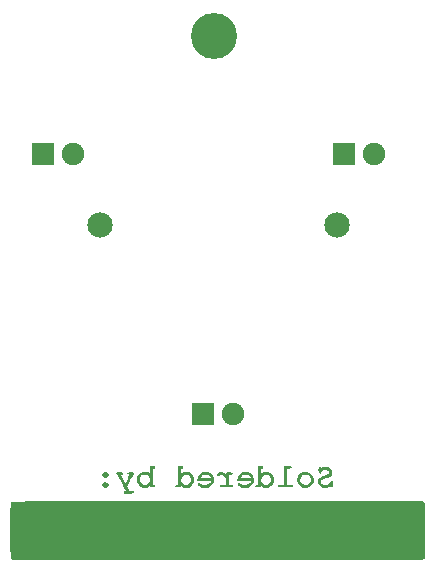
<source format=gbr>
%TF.GenerationSoftware,KiCad,Pcbnew,5.1.6*%
%TF.CreationDate,2020-09-20T17:35:54+02:00*%
%TF.ProjectId,ICanSolder,4943616e-536f-46c6-9465-722e6b696361,rev?*%
%TF.SameCoordinates,Original*%
%TF.FileFunction,Soldermask,Bot*%
%TF.FilePolarity,Negative*%
%FSLAX46Y46*%
G04 Gerber Fmt 4.6, Leading zero omitted, Abs format (unit mm)*
G04 Created by KiCad (PCBNEW 5.1.6) date 2020-09-20 17:35:54*
%MOMM*%
%LPD*%
G01*
G04 APERTURE LIST*
%ADD10C,0.010000*%
%ADD11C,3.900000*%
%ADD12C,1.900000*%
%ADD13R,1.900000X1.900000*%
%ADD14C,2.151380*%
G04 APERTURE END LIST*
D10*
%TO.C,Ref\u002A\u002A*%
G36*
X171894208Y-134968075D02*
G01*
X171967398Y-135051989D01*
X171974483Y-135167441D01*
X171951533Y-135226645D01*
X171875133Y-135291189D01*
X171758954Y-135318344D01*
X171641009Y-135304138D01*
X171576134Y-135265867D01*
X171533721Y-135183335D01*
X171525334Y-135126167D01*
X171558466Y-135011150D01*
X171658004Y-134948479D01*
X171767541Y-134935667D01*
X171894208Y-134968075D01*
G37*
X171894208Y-134968075D02*
X171967398Y-135051989D01*
X171974483Y-135167441D01*
X171951533Y-135226645D01*
X171875133Y-135291189D01*
X171758954Y-135318344D01*
X171641009Y-135304138D01*
X171576134Y-135265867D01*
X171533721Y-135183335D01*
X171525334Y-135126167D01*
X171558466Y-135011150D01*
X171658004Y-134948479D01*
X171767541Y-134935667D01*
X171894208Y-134968075D01*
G36*
X187178084Y-134393983D02*
G01*
X187337670Y-134405499D01*
X187427407Y-134425186D01*
X187462004Y-134456957D01*
X187463834Y-134470000D01*
X187435125Y-134513758D01*
X187340915Y-134539058D01*
X187262750Y-134546403D01*
X187061667Y-134559306D01*
X187061667Y-135989960D01*
X187326250Y-136002563D01*
X187463353Y-136015263D01*
X187558975Y-136035905D01*
X187590834Y-136057500D01*
X187550077Y-136075368D01*
X187434087Y-136090810D01*
X187252279Y-136102980D01*
X187014073Y-136111034D01*
X186987584Y-136111579D01*
X186747332Y-136115144D01*
X186579416Y-136114198D01*
X186471577Y-136107666D01*
X186411552Y-136094473D01*
X186387081Y-136073543D01*
X186384334Y-136058662D01*
X186402862Y-136021279D01*
X186469373Y-136001180D01*
X186600259Y-135994192D01*
X186638334Y-135994000D01*
X186892334Y-135994000D01*
X186892334Y-134381465D01*
X187178084Y-134393983D01*
G37*
X187178084Y-134393983D02*
X187337670Y-134405499D01*
X187427407Y-134425186D01*
X187462004Y-134456957D01*
X187463834Y-134470000D01*
X187435125Y-134513758D01*
X187340915Y-134539058D01*
X187262750Y-134546403D01*
X187061667Y-134559306D01*
X187061667Y-135989960D01*
X187326250Y-136002563D01*
X187463353Y-136015263D01*
X187558975Y-136035905D01*
X187590834Y-136057500D01*
X187550077Y-136075368D01*
X187434087Y-136090810D01*
X187252279Y-136102980D01*
X187014073Y-136111034D01*
X186987584Y-136111579D01*
X186747332Y-136115144D01*
X186579416Y-136114198D01*
X186471577Y-136107666D01*
X186411552Y-136094473D01*
X186387081Y-136073543D01*
X186384334Y-136058662D01*
X186402862Y-136021279D01*
X186469373Y-136001180D01*
X186600259Y-135994192D01*
X186638334Y-135994000D01*
X186892334Y-135994000D01*
X186892334Y-134381465D01*
X187178084Y-134393983D01*
G36*
X181616317Y-134916764D02*
G01*
X181746696Y-134976447D01*
X181816546Y-135018906D01*
X182002834Y-135144478D01*
X182016432Y-135037965D01*
X182030940Y-134975602D01*
X182068795Y-134946010D01*
X182152852Y-134939845D01*
X182245938Y-134944142D01*
X182378220Y-134962527D01*
X182461340Y-134993160D01*
X182487277Y-135026447D01*
X182448012Y-135052796D01*
X182345028Y-135062667D01*
X182193334Y-135062667D01*
X182193334Y-135994000D01*
X182362667Y-135994000D01*
X182480409Y-136004486D01*
X182528927Y-136039244D01*
X182532000Y-136057500D01*
X182519509Y-136084399D01*
X182473548Y-136102671D01*
X182381382Y-136113843D01*
X182230279Y-136119443D01*
X182007505Y-136121000D01*
X182002834Y-136121000D01*
X181778674Y-136119501D01*
X181626412Y-136113986D01*
X181533313Y-136102926D01*
X181486643Y-136084794D01*
X181473670Y-136058061D01*
X181473667Y-136057500D01*
X181492037Y-136021882D01*
X181557678Y-136002085D01*
X181686384Y-135994465D01*
X181748834Y-135994000D01*
X182024000Y-135994000D01*
X182024000Y-135370326D01*
X181826553Y-135216497D01*
X181677263Y-135113135D01*
X181561064Y-135070093D01*
X181456083Y-135083294D01*
X181366775Y-135130753D01*
X181291299Y-135174124D01*
X181254569Y-135166036D01*
X181234205Y-135124159D01*
X181242401Y-135042423D01*
X181311318Y-134964492D01*
X181418324Y-134909017D01*
X181514320Y-134893334D01*
X181616317Y-134916764D01*
G37*
X181616317Y-134916764D02*
X181746696Y-134976447D01*
X181816546Y-135018906D01*
X182002834Y-135144478D01*
X182016432Y-135037965D01*
X182030940Y-134975602D01*
X182068795Y-134946010D01*
X182152852Y-134939845D01*
X182245938Y-134944142D01*
X182378220Y-134962527D01*
X182461340Y-134993160D01*
X182487277Y-135026447D01*
X182448012Y-135052796D01*
X182345028Y-135062667D01*
X182193334Y-135062667D01*
X182193334Y-135994000D01*
X182362667Y-135994000D01*
X182480409Y-136004486D01*
X182528927Y-136039244D01*
X182532000Y-136057500D01*
X182519509Y-136084399D01*
X182473548Y-136102671D01*
X182381382Y-136113843D01*
X182230279Y-136119443D01*
X182007505Y-136121000D01*
X182002834Y-136121000D01*
X181778674Y-136119501D01*
X181626412Y-136113986D01*
X181533313Y-136102926D01*
X181486643Y-136084794D01*
X181473670Y-136058061D01*
X181473667Y-136057500D01*
X181492037Y-136021882D01*
X181557678Y-136002085D01*
X181686384Y-135994465D01*
X181748834Y-135994000D01*
X182024000Y-135994000D01*
X182024000Y-135370326D01*
X181826553Y-135216497D01*
X181677263Y-135113135D01*
X181561064Y-135070093D01*
X181456083Y-135083294D01*
X181366775Y-135130753D01*
X181291299Y-135174124D01*
X181254569Y-135166036D01*
X181234205Y-135124159D01*
X181242401Y-135042423D01*
X181311318Y-134964492D01*
X181418324Y-134909017D01*
X181514320Y-134893334D01*
X181616317Y-134916764D01*
G36*
X171854655Y-135808346D02*
G01*
X171947799Y-135871727D01*
X171990673Y-135950492D01*
X171991000Y-135957474D01*
X171972561Y-136026188D01*
X171947177Y-136081450D01*
X171874283Y-136139866D01*
X171760661Y-136164093D01*
X171644367Y-136150942D01*
X171576134Y-136112534D01*
X171533721Y-136030001D01*
X171525334Y-135972834D01*
X171559547Y-135856566D01*
X171657657Y-135792855D01*
X171742443Y-135782334D01*
X171854655Y-135808346D01*
G37*
X171854655Y-135808346D02*
X171947799Y-135871727D01*
X171990673Y-135950492D01*
X171991000Y-135957474D01*
X171972561Y-136026188D01*
X171947177Y-136081450D01*
X171874283Y-136139866D01*
X171760661Y-136164093D01*
X171644367Y-136150942D01*
X171576134Y-136112534D01*
X171533721Y-136030001D01*
X171525334Y-135972834D01*
X171559547Y-135856566D01*
X171657657Y-135792855D01*
X171742443Y-135782334D01*
X171854655Y-135808346D01*
G36*
X190533584Y-134496500D02*
G01*
X190703325Y-134570891D01*
X190831894Y-134694963D01*
X190903952Y-134860327D01*
X190914000Y-134957988D01*
X190873350Y-135097774D01*
X190756362Y-135219473D01*
X190570480Y-135317215D01*
X190390026Y-135371337D01*
X190173484Y-135433931D01*
X190032463Y-135508662D01*
X189958004Y-135602013D01*
X189940334Y-135696849D01*
X189975465Y-135835990D01*
X190068785Y-135937137D01*
X190202185Y-135998993D01*
X190357553Y-136020263D01*
X190516780Y-135999650D01*
X190661756Y-135935860D01*
X190774369Y-135827597D01*
X190811720Y-135759192D01*
X190858742Y-135663660D01*
X190898358Y-135636592D01*
X190937197Y-135657018D01*
X190981281Y-135734510D01*
X191000021Y-135850920D01*
X190994135Y-135974059D01*
X190964340Y-136071738D01*
X190927122Y-136108778D01*
X190859605Y-136109410D01*
X190839137Y-136086912D01*
X190804788Y-136061124D01*
X190724279Y-136087209D01*
X190709599Y-136094416D01*
X190488711Y-136167338D01*
X190265946Y-136173763D01*
X190215500Y-136164676D01*
X189998832Y-136085630D01*
X189854470Y-135963220D01*
X189781301Y-135796247D01*
X189771000Y-135686323D01*
X189809129Y-135514717D01*
X189921016Y-135381261D01*
X190102911Y-135290035D01*
X190147134Y-135277276D01*
X190308929Y-135235238D01*
X190473291Y-135192553D01*
X190489947Y-135188229D01*
X190638872Y-135119923D01*
X190721215Y-135021213D01*
X190740970Y-134908466D01*
X190702129Y-134798051D01*
X190608686Y-134706334D01*
X190464633Y-134649683D01*
X190356034Y-134639334D01*
X190213274Y-134667543D01*
X190087503Y-134739964D01*
X190003457Y-134838287D01*
X189982667Y-134915680D01*
X189951722Y-134968088D01*
X189908584Y-134970140D01*
X189855119Y-134922080D01*
X189823116Y-134822827D01*
X189814400Y-134703546D01*
X189830796Y-134595400D01*
X189874129Y-134529556D01*
X189882541Y-134525452D01*
X189950730Y-134522591D01*
X189972009Y-134543861D01*
X190013502Y-134565364D01*
X190113379Y-134537868D01*
X190131938Y-134530310D01*
X190338009Y-134480177D01*
X190533584Y-134496500D01*
G37*
X190533584Y-134496500D02*
X190703325Y-134570891D01*
X190831894Y-134694963D01*
X190903952Y-134860327D01*
X190914000Y-134957988D01*
X190873350Y-135097774D01*
X190756362Y-135219473D01*
X190570480Y-135317215D01*
X190390026Y-135371337D01*
X190173484Y-135433931D01*
X190032463Y-135508662D01*
X189958004Y-135602013D01*
X189940334Y-135696849D01*
X189975465Y-135835990D01*
X190068785Y-135937137D01*
X190202185Y-135998993D01*
X190357553Y-136020263D01*
X190516780Y-135999650D01*
X190661756Y-135935860D01*
X190774369Y-135827597D01*
X190811720Y-135759192D01*
X190858742Y-135663660D01*
X190898358Y-135636592D01*
X190937197Y-135657018D01*
X190981281Y-135734510D01*
X191000021Y-135850920D01*
X190994135Y-135974059D01*
X190964340Y-136071738D01*
X190927122Y-136108778D01*
X190859605Y-136109410D01*
X190839137Y-136086912D01*
X190804788Y-136061124D01*
X190724279Y-136087209D01*
X190709599Y-136094416D01*
X190488711Y-136167338D01*
X190265946Y-136173763D01*
X190215500Y-136164676D01*
X189998832Y-136085630D01*
X189854470Y-135963220D01*
X189781301Y-135796247D01*
X189771000Y-135686323D01*
X189809129Y-135514717D01*
X189921016Y-135381261D01*
X190102911Y-135290035D01*
X190147134Y-135277276D01*
X190308929Y-135235238D01*
X190473291Y-135192553D01*
X190489947Y-135188229D01*
X190638872Y-135119923D01*
X190721215Y-135021213D01*
X190740970Y-134908466D01*
X190702129Y-134798051D01*
X190608686Y-134706334D01*
X190464633Y-134649683D01*
X190356034Y-134639334D01*
X190213274Y-134667543D01*
X190087503Y-134739964D01*
X190003457Y-134838287D01*
X189982667Y-134915680D01*
X189951722Y-134968088D01*
X189908584Y-134970140D01*
X189855119Y-134922080D01*
X189823116Y-134822827D01*
X189814400Y-134703546D01*
X189830796Y-134595400D01*
X189874129Y-134529556D01*
X189882541Y-134525452D01*
X189950730Y-134522591D01*
X189972009Y-134543861D01*
X190013502Y-134565364D01*
X190113379Y-134537868D01*
X190131938Y-134530310D01*
X190338009Y-134480177D01*
X190533584Y-134496500D01*
G36*
X188960824Y-134958355D02*
G01*
X189137061Y-135080389D01*
X189263722Y-135254659D01*
X189328673Y-135472434D01*
X189319105Y-135681370D01*
X189245094Y-135869103D01*
X189116714Y-136023271D01*
X188944041Y-136131510D01*
X188737150Y-136181459D01*
X188522167Y-136164603D01*
X188320237Y-136080821D01*
X188169452Y-135943944D01*
X188072269Y-135770144D01*
X188031145Y-135575593D01*
X188036095Y-135518917D01*
X188177595Y-135518917D01*
X188206809Y-135693430D01*
X188305853Y-135848935D01*
X188460107Y-135962184D01*
X188613145Y-136023047D01*
X188743737Y-136027192D01*
X188891475Y-135975520D01*
X188898629Y-135972149D01*
X189051341Y-135855438D01*
X189148455Y-135686197D01*
X189178334Y-135506985D01*
X189160523Y-135382855D01*
X189095554Y-135273036D01*
X189034400Y-135206600D01*
X188931809Y-135116522D01*
X188835329Y-135074262D01*
X188702904Y-135062787D01*
X188679044Y-135062667D01*
X188531351Y-135072938D01*
X188426191Y-135113307D01*
X188339421Y-135182423D01*
X188220901Y-135342786D01*
X188177595Y-135518917D01*
X188036095Y-135518917D01*
X188048538Y-135376462D01*
X188126903Y-135188925D01*
X188268698Y-135029152D01*
X188341863Y-134977771D01*
X188543062Y-134900990D01*
X188756104Y-134896536D01*
X188960824Y-134958355D01*
G37*
X188960824Y-134958355D02*
X189137061Y-135080389D01*
X189263722Y-135254659D01*
X189328673Y-135472434D01*
X189319105Y-135681370D01*
X189245094Y-135869103D01*
X189116714Y-136023271D01*
X188944041Y-136131510D01*
X188737150Y-136181459D01*
X188522167Y-136164603D01*
X188320237Y-136080821D01*
X188169452Y-135943944D01*
X188072269Y-135770144D01*
X188031145Y-135575593D01*
X188036095Y-135518917D01*
X188177595Y-135518917D01*
X188206809Y-135693430D01*
X188305853Y-135848935D01*
X188460107Y-135962184D01*
X188613145Y-136023047D01*
X188743737Y-136027192D01*
X188891475Y-135975520D01*
X188898629Y-135972149D01*
X189051341Y-135855438D01*
X189148455Y-135686197D01*
X189178334Y-135506985D01*
X189160523Y-135382855D01*
X189095554Y-135273036D01*
X189034400Y-135206600D01*
X188931809Y-135116522D01*
X188835329Y-135074262D01*
X188702904Y-135062787D01*
X188679044Y-135062667D01*
X188531351Y-135072938D01*
X188426191Y-135113307D01*
X188339421Y-135182423D01*
X188220901Y-135342786D01*
X188177595Y-135518917D01*
X188036095Y-135518917D01*
X188048538Y-135376462D01*
X188126903Y-135188925D01*
X188268698Y-135029152D01*
X188341863Y-134977771D01*
X188543062Y-134900990D01*
X188756104Y-134896536D01*
X188960824Y-134958355D01*
G36*
X184870552Y-134393483D02*
G01*
X184996772Y-134414136D01*
X185055908Y-134457021D01*
X185064156Y-134480584D01*
X185052126Y-134537305D01*
X184975625Y-134554626D01*
X184969271Y-134554667D01*
X184910625Y-134559158D01*
X184878019Y-134585423D01*
X184863822Y-134652652D01*
X184860400Y-134780034D01*
X184860334Y-134828558D01*
X184860334Y-135102449D01*
X185014408Y-134997891D01*
X185215502Y-134907837D01*
X185425119Y-134897867D01*
X185630704Y-134966060D01*
X185819702Y-135110500D01*
X185831341Y-135122724D01*
X185915865Y-135267460D01*
X185957253Y-135455377D01*
X185953662Y-135655741D01*
X185903250Y-135837820D01*
X185877163Y-135886824D01*
X185727969Y-136053260D01*
X185535648Y-136152741D01*
X185316603Y-136178515D01*
X185206818Y-136162731D01*
X185073281Y-136109358D01*
X184963401Y-136033735D01*
X184860334Y-135936908D01*
X184860334Y-136028954D01*
X184849875Y-136086113D01*
X184803744Y-136113181D01*
X184699804Y-136120852D01*
X184669834Y-136121000D01*
X184544272Y-136112690D01*
X184487079Y-136084433D01*
X184479334Y-136057500D01*
X184516134Y-136006429D01*
X184585167Y-135994000D01*
X184691000Y-135994000D01*
X184691000Y-135489032D01*
X184868973Y-135489032D01*
X184883886Y-135658478D01*
X184967467Y-135819283D01*
X185019611Y-135875470D01*
X185179604Y-135993504D01*
X185330563Y-136032804D01*
X185488203Y-135995608D01*
X185567362Y-135953381D01*
X185720622Y-135817422D01*
X185803429Y-135650043D01*
X185813594Y-135468544D01*
X185748927Y-135290225D01*
X185664810Y-135183297D01*
X185559766Y-135100231D01*
X185442008Y-135066499D01*
X185356132Y-135062667D01*
X185166308Y-135097761D01*
X185017178Y-135191781D01*
X184915735Y-135327835D01*
X184868973Y-135489032D01*
X184691000Y-135489032D01*
X184691000Y-134380465D01*
X184870552Y-134393483D01*
G37*
X184870552Y-134393483D02*
X184996772Y-134414136D01*
X185055908Y-134457021D01*
X185064156Y-134480584D01*
X185052126Y-134537305D01*
X184975625Y-134554626D01*
X184969271Y-134554667D01*
X184910625Y-134559158D01*
X184878019Y-134585423D01*
X184863822Y-134652652D01*
X184860400Y-134780034D01*
X184860334Y-134828558D01*
X184860334Y-135102449D01*
X185014408Y-134997891D01*
X185215502Y-134907837D01*
X185425119Y-134897867D01*
X185630704Y-134966060D01*
X185819702Y-135110500D01*
X185831341Y-135122724D01*
X185915865Y-135267460D01*
X185957253Y-135455377D01*
X185953662Y-135655741D01*
X185903250Y-135837820D01*
X185877163Y-135886824D01*
X185727969Y-136053260D01*
X185535648Y-136152741D01*
X185316603Y-136178515D01*
X185206818Y-136162731D01*
X185073281Y-136109358D01*
X184963401Y-136033735D01*
X184860334Y-135936908D01*
X184860334Y-136028954D01*
X184849875Y-136086113D01*
X184803744Y-136113181D01*
X184699804Y-136120852D01*
X184669834Y-136121000D01*
X184544272Y-136112690D01*
X184487079Y-136084433D01*
X184479334Y-136057500D01*
X184516134Y-136006429D01*
X184585167Y-135994000D01*
X184691000Y-135994000D01*
X184691000Y-135489032D01*
X184868973Y-135489032D01*
X184883886Y-135658478D01*
X184967467Y-135819283D01*
X185019611Y-135875470D01*
X185179604Y-135993504D01*
X185330563Y-136032804D01*
X185488203Y-135995608D01*
X185567362Y-135953381D01*
X185720622Y-135817422D01*
X185803429Y-135650043D01*
X185813594Y-135468544D01*
X185748927Y-135290225D01*
X185664810Y-135183297D01*
X185559766Y-135100231D01*
X185442008Y-135066499D01*
X185356132Y-135062667D01*
X185166308Y-135097761D01*
X185017178Y-135191781D01*
X184915735Y-135327835D01*
X184868973Y-135489032D01*
X184691000Y-135489032D01*
X184691000Y-134380465D01*
X184870552Y-134393483D01*
G36*
X183761672Y-134907624D02*
G01*
X183957767Y-134979425D01*
X184118175Y-135102941D01*
X184228475Y-135269954D01*
X184274246Y-135472245D01*
X184274722Y-135496101D01*
X184237025Y-135731593D01*
X184131622Y-135927602D01*
X183970049Y-136074467D01*
X183763840Y-136162531D01*
X183524530Y-136182133D01*
X183463334Y-136175561D01*
X183321544Y-136143742D01*
X183177579Y-136093612D01*
X183057718Y-136036281D01*
X182988241Y-135982858D01*
X182982082Y-135972113D01*
X182981282Y-135904505D01*
X183042059Y-135884340D01*
X183154710Y-135913373D01*
X183199178Y-135932888D01*
X183437456Y-136011217D01*
X183658998Y-136017447D01*
X183852416Y-135954163D01*
X184006320Y-135823949D01*
X184063731Y-135736729D01*
X184141503Y-135591834D01*
X183543930Y-135580060D01*
X182946357Y-135568287D01*
X182975648Y-135412156D01*
X182981058Y-135397100D01*
X183124667Y-135397100D01*
X183165116Y-135419863D01*
X183287185Y-135435009D01*
X183491950Y-135442638D01*
X183633754Y-135443667D01*
X184142841Y-135443667D01*
X184078496Y-135319237D01*
X183968886Y-135170861D01*
X183820294Y-135088157D01*
X183619014Y-135062667D01*
X183478773Y-135071915D01*
X183378853Y-135111546D01*
X183275843Y-135199391D01*
X183268600Y-135206600D01*
X183183807Y-135300392D01*
X183132092Y-135374943D01*
X183124667Y-135397100D01*
X182981058Y-135397100D01*
X183049867Y-135205622D01*
X183179420Y-135041831D01*
X183320100Y-134952044D01*
X183544309Y-134895758D01*
X183761672Y-134907624D01*
G37*
X183761672Y-134907624D02*
X183957767Y-134979425D01*
X184118175Y-135102941D01*
X184228475Y-135269954D01*
X184274246Y-135472245D01*
X184274722Y-135496101D01*
X184237025Y-135731593D01*
X184131622Y-135927602D01*
X183970049Y-136074467D01*
X183763840Y-136162531D01*
X183524530Y-136182133D01*
X183463334Y-136175561D01*
X183321544Y-136143742D01*
X183177579Y-136093612D01*
X183057718Y-136036281D01*
X182988241Y-135982858D01*
X182982082Y-135972113D01*
X182981282Y-135904505D01*
X183042059Y-135884340D01*
X183154710Y-135913373D01*
X183199178Y-135932888D01*
X183437456Y-136011217D01*
X183658998Y-136017447D01*
X183852416Y-135954163D01*
X184006320Y-135823949D01*
X184063731Y-135736729D01*
X184141503Y-135591834D01*
X183543930Y-135580060D01*
X182946357Y-135568287D01*
X182975648Y-135412156D01*
X182981058Y-135397100D01*
X183124667Y-135397100D01*
X183165116Y-135419863D01*
X183287185Y-135435009D01*
X183491950Y-135442638D01*
X183633754Y-135443667D01*
X184142841Y-135443667D01*
X184078496Y-135319237D01*
X183968886Y-135170861D01*
X183820294Y-135088157D01*
X183619014Y-135062667D01*
X183478773Y-135071915D01*
X183378853Y-135111546D01*
X183275843Y-135199391D01*
X183268600Y-135206600D01*
X183183807Y-135300392D01*
X183132092Y-135374943D01*
X183124667Y-135397100D01*
X182981058Y-135397100D01*
X183049867Y-135205622D01*
X183179420Y-135041831D01*
X183320100Y-134952044D01*
X183544309Y-134895758D01*
X183761672Y-134907624D01*
G36*
X180408927Y-134911413D02*
G01*
X180582716Y-134981990D01*
X180757152Y-135122700D01*
X180859158Y-135307125D01*
X180888056Y-135504368D01*
X180850108Y-135735638D01*
X180744247Y-135928958D01*
X180582446Y-136074424D01*
X180376680Y-136162130D01*
X180138922Y-136182171D01*
X180076667Y-136175561D01*
X179934878Y-136143742D01*
X179790913Y-136093612D01*
X179671052Y-136036281D01*
X179601574Y-135982858D01*
X179595415Y-135972113D01*
X179594615Y-135904505D01*
X179655392Y-135884340D01*
X179768043Y-135913373D01*
X179812511Y-135932888D01*
X180050789Y-136011217D01*
X180272332Y-136017447D01*
X180465750Y-135954163D01*
X180619653Y-135823949D01*
X180677064Y-135736729D01*
X180754836Y-135591834D01*
X180157263Y-135580060D01*
X179559691Y-135568287D01*
X179588981Y-135412156D01*
X179594590Y-135397100D01*
X179738000Y-135397100D01*
X179778450Y-135419863D01*
X179900518Y-135435009D01*
X180105283Y-135442638D01*
X180247087Y-135443667D01*
X180756174Y-135443667D01*
X180691829Y-135319237D01*
X180582220Y-135170861D01*
X180433627Y-135088157D01*
X180232347Y-135062667D01*
X180092106Y-135071915D01*
X179992186Y-135111546D01*
X179889176Y-135199391D01*
X179881934Y-135206600D01*
X179797140Y-135300392D01*
X179745426Y-135374943D01*
X179738000Y-135397100D01*
X179594590Y-135397100D01*
X179666648Y-135203693D01*
X179803015Y-135042660D01*
X179982544Y-134935785D01*
X180189694Y-134889793D01*
X180408927Y-134911413D01*
G37*
X180408927Y-134911413D02*
X180582716Y-134981990D01*
X180757152Y-135122700D01*
X180859158Y-135307125D01*
X180888056Y-135504368D01*
X180850108Y-135735638D01*
X180744247Y-135928958D01*
X180582446Y-136074424D01*
X180376680Y-136162130D01*
X180138922Y-136182171D01*
X180076667Y-136175561D01*
X179934878Y-136143742D01*
X179790913Y-136093612D01*
X179671052Y-136036281D01*
X179601574Y-135982858D01*
X179595415Y-135972113D01*
X179594615Y-135904505D01*
X179655392Y-135884340D01*
X179768043Y-135913373D01*
X179812511Y-135932888D01*
X180050789Y-136011217D01*
X180272332Y-136017447D01*
X180465750Y-135954163D01*
X180619653Y-135823949D01*
X180677064Y-135736729D01*
X180754836Y-135591834D01*
X180157263Y-135580060D01*
X179559691Y-135568287D01*
X179588981Y-135412156D01*
X179594590Y-135397100D01*
X179738000Y-135397100D01*
X179778450Y-135419863D01*
X179900518Y-135435009D01*
X180105283Y-135442638D01*
X180247087Y-135443667D01*
X180756174Y-135443667D01*
X180691829Y-135319237D01*
X180582220Y-135170861D01*
X180433627Y-135088157D01*
X180232347Y-135062667D01*
X180092106Y-135071915D01*
X179992186Y-135111546D01*
X179889176Y-135199391D01*
X179881934Y-135206600D01*
X179797140Y-135300392D01*
X179745426Y-135374943D01*
X179738000Y-135397100D01*
X179594590Y-135397100D01*
X179666648Y-135203693D01*
X179803015Y-135042660D01*
X179982544Y-134935785D01*
X180189694Y-134889793D01*
X180408927Y-134911413D01*
G36*
X178097218Y-134393483D02*
G01*
X178223439Y-134414136D01*
X178282575Y-134457021D01*
X178290822Y-134480584D01*
X178278792Y-134537305D01*
X178202291Y-134554626D01*
X178195938Y-134554667D01*
X178137292Y-134559158D01*
X178104686Y-134585423D01*
X178090488Y-134652652D01*
X178087067Y-134780034D01*
X178087000Y-134828558D01*
X178087000Y-135102449D01*
X178241074Y-134997891D01*
X178431153Y-134914870D01*
X178634173Y-134901824D01*
X178830718Y-134952151D01*
X179001374Y-135059251D01*
X179126725Y-135216523D01*
X179166536Y-135312538D01*
X179199552Y-135542304D01*
X179162738Y-135753959D01*
X179066533Y-135935395D01*
X178921374Y-136074506D01*
X178737701Y-136159185D01*
X178525951Y-136177327D01*
X178433484Y-136162731D01*
X178299948Y-136109358D01*
X178190068Y-136033735D01*
X178087000Y-135936908D01*
X178087000Y-136028954D01*
X178076542Y-136086113D01*
X178030411Y-136113181D01*
X177926471Y-136120852D01*
X177896500Y-136121000D01*
X177770939Y-136112690D01*
X177713746Y-136084433D01*
X177706000Y-136057500D01*
X177742801Y-136006429D01*
X177811834Y-135994000D01*
X177917667Y-135994000D01*
X177917667Y-135489032D01*
X178095639Y-135489032D01*
X178110552Y-135658478D01*
X178194134Y-135819283D01*
X178246277Y-135875470D01*
X178406271Y-135993504D01*
X178557229Y-136032804D01*
X178714870Y-135995608D01*
X178794028Y-135953381D01*
X178947289Y-135817422D01*
X179030096Y-135650043D01*
X179040260Y-135468544D01*
X178975593Y-135290225D01*
X178891477Y-135183297D01*
X178786433Y-135100231D01*
X178668675Y-135066499D01*
X178582799Y-135062667D01*
X178392975Y-135097761D01*
X178243844Y-135191781D01*
X178142401Y-135327835D01*
X178095639Y-135489032D01*
X177917667Y-135489032D01*
X177917667Y-134380465D01*
X178097218Y-134393483D01*
G37*
X178097218Y-134393483D02*
X178223439Y-134414136D01*
X178282575Y-134457021D01*
X178290822Y-134480584D01*
X178278792Y-134537305D01*
X178202291Y-134554626D01*
X178195938Y-134554667D01*
X178137292Y-134559158D01*
X178104686Y-134585423D01*
X178090488Y-134652652D01*
X178087067Y-134780034D01*
X178087000Y-134828558D01*
X178087000Y-135102449D01*
X178241074Y-134997891D01*
X178431153Y-134914870D01*
X178634173Y-134901824D01*
X178830718Y-134952151D01*
X179001374Y-135059251D01*
X179126725Y-135216523D01*
X179166536Y-135312538D01*
X179199552Y-135542304D01*
X179162738Y-135753959D01*
X179066533Y-135935395D01*
X178921374Y-136074506D01*
X178737701Y-136159185D01*
X178525951Y-136177327D01*
X178433484Y-136162731D01*
X178299948Y-136109358D01*
X178190068Y-136033735D01*
X178087000Y-135936908D01*
X178087000Y-136028954D01*
X178076542Y-136086113D01*
X178030411Y-136113181D01*
X177926471Y-136120852D01*
X177896500Y-136121000D01*
X177770939Y-136112690D01*
X177713746Y-136084433D01*
X177706000Y-136057500D01*
X177742801Y-136006429D01*
X177811834Y-135994000D01*
X177917667Y-135994000D01*
X177917667Y-135489032D01*
X178095639Y-135489032D01*
X178110552Y-135658478D01*
X178194134Y-135819283D01*
X178246277Y-135875470D01*
X178406271Y-135993504D01*
X178557229Y-136032804D01*
X178714870Y-135995608D01*
X178794028Y-135953381D01*
X178947289Y-135817422D01*
X179030096Y-135650043D01*
X179040260Y-135468544D01*
X178975593Y-135290225D01*
X178891477Y-135183297D01*
X178786433Y-135100231D01*
X178668675Y-135066499D01*
X178582799Y-135062667D01*
X178392975Y-135097761D01*
X178243844Y-135191781D01*
X178142401Y-135327835D01*
X178095639Y-135489032D01*
X177917667Y-135489032D01*
X177917667Y-134380465D01*
X178097218Y-134393483D01*
G36*
X175726552Y-134393483D02*
G01*
X175852772Y-134414136D01*
X175911908Y-134457021D01*
X175920156Y-134480584D01*
X175908126Y-134537305D01*
X175831625Y-134554626D01*
X175825271Y-134554667D01*
X175716334Y-134554667D01*
X175716334Y-135994000D01*
X175822167Y-135994000D01*
X175907286Y-136016080D01*
X175928000Y-136057500D01*
X175903069Y-136099354D01*
X175818299Y-136118418D01*
X175737500Y-136121000D01*
X175613879Y-136113406D01*
X175556701Y-136086596D01*
X175547000Y-136054047D01*
X175537263Y-136016206D01*
X175495209Y-136022289D01*
X175409417Y-136069776D01*
X175212414Y-136159582D01*
X175024491Y-136178946D01*
X174919818Y-136162731D01*
X174726905Y-136080520D01*
X174583064Y-135944198D01*
X174490611Y-135770237D01*
X174451863Y-135575111D01*
X174454505Y-135544537D01*
X174599976Y-135544537D01*
X174639489Y-135724501D01*
X174750658Y-135881550D01*
X174823011Y-135939536D01*
X174969206Y-136016925D01*
X175101511Y-136028770D01*
X175255489Y-135977681D01*
X175267296Y-135972149D01*
X175420008Y-135855438D01*
X175517122Y-135686197D01*
X175547000Y-135506985D01*
X175529189Y-135382855D01*
X175464221Y-135273036D01*
X175403067Y-135206600D01*
X175296551Y-135114181D01*
X175195491Y-135072323D01*
X175060218Y-135062667D01*
X174921051Y-135072986D01*
X174824330Y-135114780D01*
X174743614Y-135188653D01*
X174634042Y-135359855D01*
X174599976Y-135544537D01*
X174454505Y-135544537D01*
X174469135Y-135375293D01*
X174544743Y-135187257D01*
X174681005Y-135027475D01*
X174752863Y-134975257D01*
X174916948Y-134912808D01*
X175107123Y-134900145D01*
X175290957Y-134935130D01*
X175436018Y-135015626D01*
X175441492Y-135020639D01*
X175547000Y-135119759D01*
X175547000Y-134380465D01*
X175726552Y-134393483D01*
G37*
X175726552Y-134393483D02*
X175852772Y-134414136D01*
X175911908Y-134457021D01*
X175920156Y-134480584D01*
X175908126Y-134537305D01*
X175831625Y-134554626D01*
X175825271Y-134554667D01*
X175716334Y-134554667D01*
X175716334Y-135994000D01*
X175822167Y-135994000D01*
X175907286Y-136016080D01*
X175928000Y-136057500D01*
X175903069Y-136099354D01*
X175818299Y-136118418D01*
X175737500Y-136121000D01*
X175613879Y-136113406D01*
X175556701Y-136086596D01*
X175547000Y-136054047D01*
X175537263Y-136016206D01*
X175495209Y-136022289D01*
X175409417Y-136069776D01*
X175212414Y-136159582D01*
X175024491Y-136178946D01*
X174919818Y-136162731D01*
X174726905Y-136080520D01*
X174583064Y-135944198D01*
X174490611Y-135770237D01*
X174451863Y-135575111D01*
X174454505Y-135544537D01*
X174599976Y-135544537D01*
X174639489Y-135724501D01*
X174750658Y-135881550D01*
X174823011Y-135939536D01*
X174969206Y-136016925D01*
X175101511Y-136028770D01*
X175255489Y-135977681D01*
X175267296Y-135972149D01*
X175420008Y-135855438D01*
X175517122Y-135686197D01*
X175547000Y-135506985D01*
X175529189Y-135382855D01*
X175464221Y-135273036D01*
X175403067Y-135206600D01*
X175296551Y-135114181D01*
X175195491Y-135072323D01*
X175060218Y-135062667D01*
X174921051Y-135072986D01*
X174824330Y-135114780D01*
X174743614Y-135188653D01*
X174634042Y-135359855D01*
X174599976Y-135544537D01*
X174454505Y-135544537D01*
X174469135Y-135375293D01*
X174544743Y-135187257D01*
X174681005Y-135027475D01*
X174752863Y-134975257D01*
X174916948Y-134912808D01*
X175107123Y-134900145D01*
X175290957Y-134935130D01*
X175436018Y-135015626D01*
X175441492Y-135020639D01*
X175547000Y-135119759D01*
X175547000Y-134380465D01*
X175726552Y-134393483D01*
G36*
X174043486Y-134940544D02*
G01*
X174122671Y-134957831D01*
X174149499Y-134991516D01*
X174150000Y-134999167D01*
X174121170Y-135055399D01*
X174096299Y-135062667D01*
X174058990Y-135098604D01*
X173993572Y-135197240D01*
X173908298Y-135344814D01*
X173811421Y-135527563D01*
X173779184Y-135591492D01*
X173515769Y-136120318D01*
X173607538Y-136309206D01*
X173666932Y-136421312D01*
X173723991Y-136478843D01*
X173810275Y-136502537D01*
X173914070Y-136510631D01*
X174051194Y-136526500D01*
X174117462Y-136556580D01*
X174128834Y-136586667D01*
X174113372Y-136617117D01*
X174057873Y-136637906D01*
X173948665Y-136651520D01*
X173772075Y-136660443D01*
X173712676Y-136662324D01*
X173522135Y-136666640D01*
X173401446Y-136664576D01*
X173335893Y-136653807D01*
X173310759Y-136632005D01*
X173310942Y-136598824D01*
X173359518Y-136533574D01*
X173420183Y-136509639D01*
X173494270Y-136494228D01*
X173515000Y-136483296D01*
X173497390Y-136443038D01*
X173448423Y-136338827D01*
X173373891Y-136182792D01*
X173279588Y-135987062D01*
X173172671Y-135766574D01*
X173049912Y-135520646D01*
X172942703Y-135318631D01*
X172856165Y-135169493D01*
X172795419Y-135082196D01*
X172770504Y-135062667D01*
X172717577Y-135028701D01*
X172710667Y-134999167D01*
X172730174Y-134962295D01*
X172799324Y-134942499D01*
X172934063Y-134935792D01*
X172964667Y-134935667D01*
X173114047Y-134940991D01*
X173193844Y-134959281D01*
X173218612Y-134994014D01*
X173218667Y-134996355D01*
X173182442Y-135047581D01*
X173117445Y-135070438D01*
X173016224Y-135083834D01*
X173208196Y-135496584D01*
X173288982Y-135664659D01*
X173358888Y-135799754D01*
X173409411Y-135886054D01*
X173430138Y-135909334D01*
X173458962Y-135873296D01*
X173513737Y-135775752D01*
X173586006Y-135632554D01*
X173650361Y-135496584D01*
X173733688Y-135314518D01*
X173784526Y-135195343D01*
X173805862Y-135125075D01*
X173800679Y-135089726D01*
X173771963Y-135075312D01*
X173741308Y-135070438D01*
X173664806Y-135038018D01*
X173642000Y-134996355D01*
X173664283Y-134960664D01*
X173740834Y-134941598D01*
X173886204Y-134935680D01*
X173896000Y-134935667D01*
X174043486Y-134940544D01*
G37*
X174043486Y-134940544D02*
X174122671Y-134957831D01*
X174149499Y-134991516D01*
X174150000Y-134999167D01*
X174121170Y-135055399D01*
X174096299Y-135062667D01*
X174058990Y-135098604D01*
X173993572Y-135197240D01*
X173908298Y-135344814D01*
X173811421Y-135527563D01*
X173779184Y-135591492D01*
X173515769Y-136120318D01*
X173607538Y-136309206D01*
X173666932Y-136421312D01*
X173723991Y-136478843D01*
X173810275Y-136502537D01*
X173914070Y-136510631D01*
X174051194Y-136526500D01*
X174117462Y-136556580D01*
X174128834Y-136586667D01*
X174113372Y-136617117D01*
X174057873Y-136637906D01*
X173948665Y-136651520D01*
X173772075Y-136660443D01*
X173712676Y-136662324D01*
X173522135Y-136666640D01*
X173401446Y-136664576D01*
X173335893Y-136653807D01*
X173310759Y-136632005D01*
X173310942Y-136598824D01*
X173359518Y-136533574D01*
X173420183Y-136509639D01*
X173494270Y-136494228D01*
X173515000Y-136483296D01*
X173497390Y-136443038D01*
X173448423Y-136338827D01*
X173373891Y-136182792D01*
X173279588Y-135987062D01*
X173172671Y-135766574D01*
X173049912Y-135520646D01*
X172942703Y-135318631D01*
X172856165Y-135169493D01*
X172795419Y-135082196D01*
X172770504Y-135062667D01*
X172717577Y-135028701D01*
X172710667Y-134999167D01*
X172730174Y-134962295D01*
X172799324Y-134942499D01*
X172934063Y-134935792D01*
X172964667Y-134935667D01*
X173114047Y-134940991D01*
X173193844Y-134959281D01*
X173218612Y-134994014D01*
X173218667Y-134996355D01*
X173182442Y-135047581D01*
X173117445Y-135070438D01*
X173016224Y-135083834D01*
X173208196Y-135496584D01*
X173288982Y-135664659D01*
X173358888Y-135799754D01*
X173409411Y-135886054D01*
X173430138Y-135909334D01*
X173458962Y-135873296D01*
X173513737Y-135775752D01*
X173586006Y-135632554D01*
X173650361Y-135496584D01*
X173733688Y-135314518D01*
X173784526Y-135195343D01*
X173805862Y-135125075D01*
X173800679Y-135089726D01*
X173771963Y-135075312D01*
X173741308Y-135070438D01*
X173664806Y-135038018D01*
X173642000Y-134996355D01*
X173664283Y-134960664D01*
X173740834Y-134941598D01*
X173886204Y-134935680D01*
X173896000Y-134935667D01*
X174043486Y-134940544D01*
G36*
X198686189Y-137480111D02*
G01*
X198703808Y-137502671D01*
X198718659Y-137532796D01*
X198730978Y-137577408D01*
X198741000Y-137643431D01*
X198748963Y-137737788D01*
X198755101Y-137867400D01*
X198759650Y-138039192D01*
X198762848Y-138260085D01*
X198764929Y-138537003D01*
X198766129Y-138876868D01*
X198766685Y-139286604D01*
X198766832Y-139773132D01*
X198766834Y-139846334D01*
X198766724Y-140343949D01*
X198766238Y-140763821D01*
X198765140Y-141112872D01*
X198763194Y-141398025D01*
X198760164Y-141626202D01*
X198755814Y-141804327D01*
X198749908Y-141939323D01*
X198742210Y-142038111D01*
X198732485Y-142107615D01*
X198720495Y-142154758D01*
X198706006Y-142186462D01*
X198688781Y-142209651D01*
X198686189Y-142212556D01*
X198605545Y-142301667D01*
X181255439Y-142301667D01*
X179812941Y-142301664D01*
X178452684Y-142301648D01*
X177172241Y-142301608D01*
X175969185Y-142301530D01*
X174841090Y-142301404D01*
X173785530Y-142301218D01*
X172800078Y-142300960D01*
X171882309Y-142300618D01*
X171029795Y-142300180D01*
X170240110Y-142299635D01*
X169510828Y-142298971D01*
X168839522Y-142298176D01*
X168223767Y-142297238D01*
X167661135Y-142296145D01*
X167149200Y-142294887D01*
X166685536Y-142293450D01*
X166267717Y-142291823D01*
X165893316Y-142289995D01*
X165559907Y-142287953D01*
X165265063Y-142285686D01*
X165006358Y-142283181D01*
X164781365Y-142280429D01*
X164587659Y-142277415D01*
X164422813Y-142274129D01*
X164284400Y-142270559D01*
X164169994Y-142266693D01*
X164077169Y-142262520D01*
X164003498Y-142258026D01*
X163946555Y-142253202D01*
X163903914Y-142248035D01*
X163873147Y-142242512D01*
X163851830Y-142236623D01*
X163837535Y-142230356D01*
X163827835Y-142223698D01*
X163820667Y-142217000D01*
X163802223Y-142196347D01*
X163786672Y-142169729D01*
X163773766Y-142130246D01*
X163763260Y-142070996D01*
X163754906Y-141985078D01*
X163748459Y-141865590D01*
X163743672Y-141705630D01*
X163740299Y-141498297D01*
X163738092Y-141236690D01*
X163736806Y-140913907D01*
X163736194Y-140523047D01*
X163736010Y-140057207D01*
X163736000Y-139846334D01*
X163736082Y-139348269D01*
X163736492Y-138927970D01*
X163737476Y-138578534D01*
X163739282Y-138293061D01*
X163742154Y-138064648D01*
X163746341Y-137886394D01*
X163752088Y-137751398D01*
X163759642Y-137652758D01*
X163769250Y-137583573D01*
X163781157Y-137536940D01*
X163795611Y-137505960D01*
X163812857Y-137483729D01*
X163820667Y-137475667D01*
X163828247Y-137468628D01*
X163838118Y-137461990D01*
X163852705Y-137455742D01*
X163874436Y-137449871D01*
X163905737Y-137444367D01*
X163949033Y-137439217D01*
X164006752Y-137434409D01*
X164081320Y-137429932D01*
X164175162Y-137425774D01*
X164290707Y-137421923D01*
X164430379Y-137418368D01*
X164596605Y-137415096D01*
X164791813Y-137412095D01*
X165018427Y-137409355D01*
X165278875Y-137406863D01*
X165575582Y-137404607D01*
X165910976Y-137402576D01*
X166287483Y-137400758D01*
X166707528Y-137399141D01*
X167173539Y-137397713D01*
X167687942Y-137396463D01*
X168253162Y-137395379D01*
X168871628Y-137394448D01*
X169545764Y-137393660D01*
X170277997Y-137393002D01*
X171070755Y-137392462D01*
X171926462Y-137392030D01*
X172847546Y-137391692D01*
X173836432Y-137391438D01*
X174895548Y-137391255D01*
X176027319Y-137391132D01*
X177234173Y-137391056D01*
X178518535Y-137391017D01*
X179882831Y-137391002D01*
X181255439Y-137391000D01*
X198605545Y-137391000D01*
X198686189Y-137480111D01*
G37*
X198686189Y-137480111D02*
X198703808Y-137502671D01*
X198718659Y-137532796D01*
X198730978Y-137577408D01*
X198741000Y-137643431D01*
X198748963Y-137737788D01*
X198755101Y-137867400D01*
X198759650Y-138039192D01*
X198762848Y-138260085D01*
X198764929Y-138537003D01*
X198766129Y-138876868D01*
X198766685Y-139286604D01*
X198766832Y-139773132D01*
X198766834Y-139846334D01*
X198766724Y-140343949D01*
X198766238Y-140763821D01*
X198765140Y-141112872D01*
X198763194Y-141398025D01*
X198760164Y-141626202D01*
X198755814Y-141804327D01*
X198749908Y-141939323D01*
X198742210Y-142038111D01*
X198732485Y-142107615D01*
X198720495Y-142154758D01*
X198706006Y-142186462D01*
X198688781Y-142209651D01*
X198686189Y-142212556D01*
X198605545Y-142301667D01*
X181255439Y-142301667D01*
X179812941Y-142301664D01*
X178452684Y-142301648D01*
X177172241Y-142301608D01*
X175969185Y-142301530D01*
X174841090Y-142301404D01*
X173785530Y-142301218D01*
X172800078Y-142300960D01*
X171882309Y-142300618D01*
X171029795Y-142300180D01*
X170240110Y-142299635D01*
X169510828Y-142298971D01*
X168839522Y-142298176D01*
X168223767Y-142297238D01*
X167661135Y-142296145D01*
X167149200Y-142294887D01*
X166685536Y-142293450D01*
X166267717Y-142291823D01*
X165893316Y-142289995D01*
X165559907Y-142287953D01*
X165265063Y-142285686D01*
X165006358Y-142283181D01*
X164781365Y-142280429D01*
X164587659Y-142277415D01*
X164422813Y-142274129D01*
X164284400Y-142270559D01*
X164169994Y-142266693D01*
X164077169Y-142262520D01*
X164003498Y-142258026D01*
X163946555Y-142253202D01*
X163903914Y-142248035D01*
X163873147Y-142242512D01*
X163851830Y-142236623D01*
X163837535Y-142230356D01*
X163827835Y-142223698D01*
X163820667Y-142217000D01*
X163802223Y-142196347D01*
X163786672Y-142169729D01*
X163773766Y-142130246D01*
X163763260Y-142070996D01*
X163754906Y-141985078D01*
X163748459Y-141865590D01*
X163743672Y-141705630D01*
X163740299Y-141498297D01*
X163738092Y-141236690D01*
X163736806Y-140913907D01*
X163736194Y-140523047D01*
X163736010Y-140057207D01*
X163736000Y-139846334D01*
X163736082Y-139348269D01*
X163736492Y-138927970D01*
X163737476Y-138578534D01*
X163739282Y-138293061D01*
X163742154Y-138064648D01*
X163746341Y-137886394D01*
X163752088Y-137751398D01*
X163759642Y-137652758D01*
X163769250Y-137583573D01*
X163781157Y-137536940D01*
X163795611Y-137505960D01*
X163812857Y-137483729D01*
X163820667Y-137475667D01*
X163828247Y-137468628D01*
X163838118Y-137461990D01*
X163852705Y-137455742D01*
X163874436Y-137449871D01*
X163905737Y-137444367D01*
X163949033Y-137439217D01*
X164006752Y-137434409D01*
X164081320Y-137429932D01*
X164175162Y-137425774D01*
X164290707Y-137421923D01*
X164430379Y-137418368D01*
X164596605Y-137415096D01*
X164791813Y-137412095D01*
X165018427Y-137409355D01*
X165278875Y-137406863D01*
X165575582Y-137404607D01*
X165910976Y-137402576D01*
X166287483Y-137400758D01*
X166707528Y-137399141D01*
X167173539Y-137397713D01*
X167687942Y-137396463D01*
X168253162Y-137395379D01*
X168871628Y-137394448D01*
X169545764Y-137393660D01*
X170277997Y-137393002D01*
X171070755Y-137392462D01*
X171926462Y-137392030D01*
X172847546Y-137391692D01*
X173836432Y-137391438D01*
X174895548Y-137391255D01*
X176027319Y-137391132D01*
X177234173Y-137391056D01*
X178518535Y-137391017D01*
X179882831Y-137391002D01*
X181255439Y-137391000D01*
X198605545Y-137391000D01*
X198686189Y-137480111D01*
%TD*%
D11*
%TO.C,H1*%
X180962489Y-98000000D03*
%TD*%
D12*
%TO.C,D1*%
X169040000Y-108000000D03*
D13*
X166500000Y-108000000D03*
%TD*%
D12*
%TO.C,D3*%
X194540000Y-108000000D03*
D13*
X192000000Y-108000000D03*
%TD*%
D12*
%TO.C,D2*%
X182540000Y-130000000D03*
D13*
X180000000Y-130000000D03*
%TD*%
D14*
%TO.C,BT1*%
X171351680Y-114000000D03*
X191349100Y-114000000D03*
%TD*%
M02*

</source>
